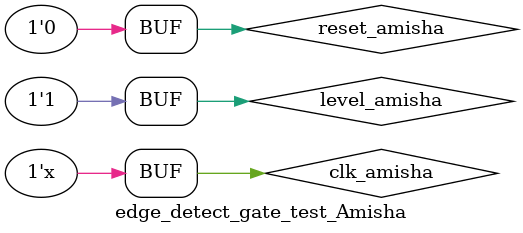
<source format=v>
`timescale 1ns / 1ps


module edge_detect_gate_test_Amisha;
	// Inputs
	reg clk_amisha;
	reg reset_amisha;
	reg level_amisha;
	// Outputs
	wire tick_amisha;
	// Instantiate the Unit Under Test (UUT)
	edge_detect_gate_Amisha uut (
		.clk_amisha(clk_amisha), 
		.reset_amisha(reset_amisha), 
		.level_amisha(level_amisha), 
		.tick_amisha(tick_amisha)
	);
	initial begin
		clk_amisha = 0;
		reset_amisha = 1;
		level_amisha = 0;
		#100;
		reset_amisha = 0;
		level_amisha = 0;
		#100;
		level_amisha = 1;
		#100;
		level_amisha = 0;
		#100;
		level_amisha = 1;
		#100;
	end
always #50 clk_amisha = ~clk_amisha;     
endmodule


</source>
